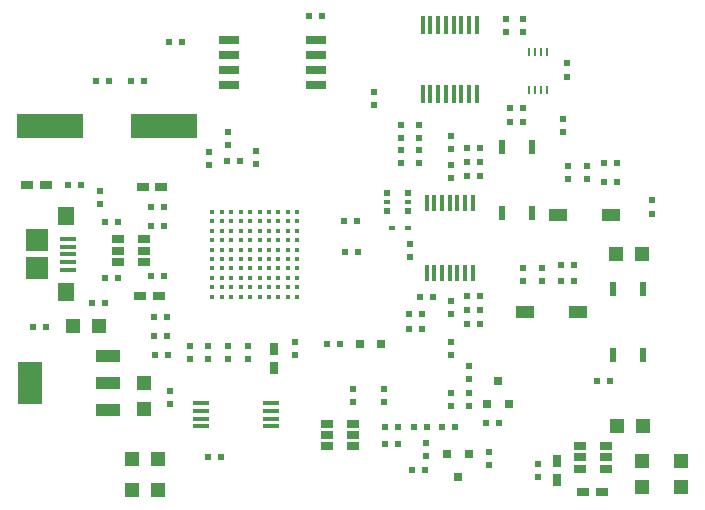
<source format=gtp>
G04 #@! TF.FileFunction,Paste,Top*
%FSLAX46Y46*%
G04 Gerber Fmt 4.6, Leading zero omitted, Abs format (unit mm)*
G04 Created by KiCad (PCBNEW 4.0.2-stable) date 2016/09/19 18:56:50*
%MOMM*%
G01*
G04 APERTURE LIST*
%ADD10C,0.100000*%
%ADD11R,0.450000X1.450000*%
%ADD12R,1.350000X0.400000*%
%ADD13R,1.900000X1.900000*%
%ADD14R,1.400000X1.600000*%
%ADD15R,5.600700X2.100580*%
%ADD16R,1.201420X1.249680*%
%ADD17R,1.060000X0.650000*%
%ADD18R,0.800100X1.000760*%
%ADD19R,1.249680X1.201420*%
%ADD20R,1.000760X0.800100*%
%ADD21R,0.800100X0.800100*%
%ADD22R,2.032000X3.657600*%
%ADD23R,2.032000X1.016000*%
%ADD24R,0.599440X0.599440*%
%ADD25R,0.450000X1.500000*%
%ADD26R,0.200000X0.700000*%
%ADD27R,0.800000X0.800100*%
%ADD28R,0.480000X0.400000*%
%ADD29R,0.600000X0.600000*%
%ADD30R,0.600000X0.400000*%
%ADD31R,0.600000X1.300000*%
%ADD32R,1.450000X0.450000*%
%ADD33R,1.500000X1.000000*%
%ADD34R,1.700000X0.650000*%
%ADD35C,0.400000*%
G04 APERTURE END LIST*
D10*
D11*
X39350000Y25850000D03*
X38700000Y25850000D03*
X38050000Y25850000D03*
X37400000Y25850000D03*
X36750000Y25850000D03*
X36100000Y25850000D03*
X35450000Y25850000D03*
X35450000Y19950000D03*
X36100000Y19950000D03*
X36750000Y19950000D03*
X37400000Y19950000D03*
X38050000Y19950000D03*
X38700000Y19950000D03*
X39350000Y19950000D03*
D12*
X5100000Y22800000D03*
X5100000Y22150000D03*
X5100000Y21500000D03*
X5100000Y20850000D03*
X5100000Y20200000D03*
D13*
X2450000Y22700000D03*
X2450000Y20300000D03*
D14*
X4900000Y24700000D03*
X4900000Y18300000D03*
D15*
X3551140Y32400000D03*
X13248860Y32400000D03*
D16*
X7699820Y15400000D03*
X5500180Y15400000D03*
X53699820Y21500000D03*
X51500180Y21500000D03*
D17*
X50600000Y3350000D03*
X50600000Y4300000D03*
X50600000Y5250000D03*
X48400000Y5250000D03*
X48400000Y3350000D03*
X48400000Y4300000D03*
X27000000Y7150000D03*
X27000000Y6200000D03*
X27000000Y5250000D03*
X29200000Y5250000D03*
X29200000Y7150000D03*
X29200000Y6200000D03*
D16*
X12699820Y4200000D03*
X10500180Y4200000D03*
D18*
X22500000Y13500100D03*
X22500000Y11899900D03*
D19*
X11500000Y10599820D03*
X11500000Y8400180D03*
D18*
X46500000Y4000100D03*
X46500000Y2399900D03*
D20*
X48699900Y1400000D03*
X50300100Y1400000D03*
D19*
X53700000Y3999820D03*
X53700000Y1800180D03*
D16*
X53799820Y7000000D03*
X51600180Y7000000D03*
D20*
X3200100Y27400000D03*
X1599900Y27400000D03*
X12800100Y18000000D03*
X11199900Y18000000D03*
X13000100Y27200000D03*
X11399900Y27200000D03*
D16*
X10500180Y1500000D03*
X12699820Y1500000D03*
D19*
X57000000Y1800180D03*
X57000000Y3999820D03*
D17*
X9300000Y22750000D03*
X9300000Y21800000D03*
X9300000Y20850000D03*
X11500000Y20850000D03*
X11500000Y22750000D03*
X11500000Y21800000D03*
D21*
X39050000Y4600760D03*
X37150000Y4600760D03*
X38100000Y2601780D03*
X40550000Y8799240D03*
X42450000Y8799240D03*
X41500000Y10798220D03*
D22*
X1898000Y10600000D03*
D23*
X8502000Y10600000D03*
X8502000Y12886000D03*
X8502000Y8314000D03*
D24*
X13551180Y13000000D03*
X12448820Y13000000D03*
X28448820Y24300000D03*
X29551180Y24300000D03*
X16900000Y12648820D03*
X16900000Y13751180D03*
X54500000Y24948820D03*
X54500000Y26051180D03*
X13251180Y19700000D03*
X12148820Y19700000D03*
X35051180Y16400000D03*
X33948820Y16400000D03*
X43600000Y41451180D03*
X43600000Y40348820D03*
X37500000Y12948820D03*
X37500000Y14051180D03*
X39951180Y16800000D03*
X38848820Y16800000D03*
X44900000Y3751180D03*
X44900000Y2648820D03*
X20300000Y13751180D03*
X20300000Y12648820D03*
X15400000Y13751180D03*
X15400000Y12648820D03*
X51551180Y29200000D03*
X50448820Y29200000D03*
X45200000Y20351180D03*
X45200000Y19248820D03*
X49000000Y27848820D03*
X49000000Y28951180D03*
X8251180Y17400000D03*
X7148820Y17400000D03*
X13700000Y9951180D03*
X13700000Y8848820D03*
X47951180Y20600000D03*
X46848820Y20600000D03*
X18600000Y13751180D03*
X18600000Y12648820D03*
X24300000Y14051180D03*
X24300000Y12948820D03*
X38848820Y29300000D03*
X39951180Y29300000D03*
X37500000Y27948820D03*
X37500000Y29051180D03*
X37500000Y16448820D03*
X37500000Y17551180D03*
X37500000Y30448820D03*
X37500000Y31551180D03*
X34800000Y30351180D03*
X34800000Y29248820D03*
X42548820Y32700000D03*
X43651180Y32700000D03*
X26551180Y41700000D03*
X25448820Y41700000D03*
X33300000Y31348820D03*
X33300000Y32451180D03*
X17000000Y29048820D03*
X17000000Y30151180D03*
X8551180Y36200000D03*
X7448820Y36200000D03*
X7800000Y25748820D03*
X7800000Y26851180D03*
X10448820Y36200000D03*
X11551180Y36200000D03*
X18548820Y29400000D03*
X19651180Y29400000D03*
X35351180Y3200000D03*
X34248820Y3200000D03*
X37851180Y6900000D03*
X36748820Y6900000D03*
X40448820Y7200000D03*
X41551180Y7200000D03*
X13251180Y25500000D03*
X12148820Y25500000D03*
X13251180Y23900000D03*
X12148820Y23900000D03*
X49848820Y10800000D03*
X50951180Y10800000D03*
X50448820Y27600000D03*
X51551180Y27600000D03*
X47400000Y28951180D03*
X47400000Y27848820D03*
X47951180Y19200000D03*
X46848820Y19200000D03*
X43600000Y20351180D03*
X43600000Y19248820D03*
X38848820Y30500000D03*
X39951180Y30500000D03*
X38848820Y15600000D03*
X39951180Y15600000D03*
X47000000Y31848820D03*
X47000000Y32951180D03*
X38848820Y18000000D03*
X39951180Y18000000D03*
X39951180Y28100000D03*
X38848820Y28100000D03*
X14751180Y39500000D03*
X13648820Y39500000D03*
X27048820Y13900000D03*
X28151180Y13900000D03*
X33300000Y30351180D03*
X33300000Y29248820D03*
X42548820Y33900000D03*
X43651180Y33900000D03*
X42200000Y41451180D03*
X42200000Y40348820D03*
X34800000Y31348820D03*
X34800000Y32451180D03*
X33948820Y15200000D03*
X35051180Y15200000D03*
X47300000Y36548820D03*
X47300000Y37651180D03*
X31000000Y35251180D03*
X31000000Y34148820D03*
X33051180Y5400000D03*
X31948820Y5400000D03*
X33051180Y6900000D03*
X31948820Y6900000D03*
X5048820Y27400000D03*
X6151180Y27400000D03*
X34000000Y21248820D03*
X34000000Y22351180D03*
X16948820Y4300000D03*
X18051180Y4300000D03*
X21000000Y30251180D03*
X21000000Y29148820D03*
X9351180Y24200000D03*
X8248820Y24200000D03*
X9351180Y19500000D03*
X8248820Y19500000D03*
X13451180Y16200000D03*
X12348820Y16200000D03*
X18600000Y31851180D03*
X18600000Y30748820D03*
X13451180Y14600000D03*
X12348820Y14600000D03*
X31800000Y10051180D03*
X31800000Y8948820D03*
X34348820Y6900000D03*
X35451180Y6900000D03*
X35400000Y5551180D03*
X35400000Y4448820D03*
X40700000Y3648820D03*
X40700000Y4751180D03*
X39000000Y12051180D03*
X39000000Y10948820D03*
X39000000Y8648820D03*
X39000000Y9751180D03*
X37500000Y9751180D03*
X37500000Y8648820D03*
X2148820Y15300000D03*
X3251180Y15300000D03*
X34848820Y17900000D03*
X35951180Y17900000D03*
X29200000Y10051180D03*
X29200000Y8948820D03*
X28548820Y21700000D03*
X29651180Y21700000D03*
D25*
X39675000Y40950000D03*
X39025000Y40950000D03*
X38375000Y40950000D03*
X37725000Y40950000D03*
X37075000Y40950000D03*
X36425000Y40950000D03*
X35775000Y40950000D03*
X35125000Y40950000D03*
X35125000Y35050000D03*
X35775000Y35050000D03*
X36425000Y35050000D03*
X37075000Y35050000D03*
X37725000Y35050000D03*
X38375000Y35050000D03*
X39025000Y35050000D03*
X39675000Y35050000D03*
D26*
X45650000Y38600000D03*
X45150000Y38600000D03*
X44650000Y38600000D03*
X44150000Y38600000D03*
X44150000Y35400000D03*
X45150000Y35400000D03*
X45650000Y35400000D03*
X44650000Y35400000D03*
D27*
X29800000Y13900000D03*
X31600000Y13900000D03*
D28*
X32550000Y23700000D03*
X33850000Y23700000D03*
D29*
X32100000Y26650000D03*
D30*
X32100000Y25900000D03*
D29*
X32100000Y25150000D03*
X33900000Y25150000D03*
D30*
X33900000Y25900000D03*
D29*
X33900000Y26650000D03*
D31*
X41830000Y30600000D03*
X44370000Y30600000D03*
X44370000Y30600000D03*
X41830000Y30600000D03*
X41830000Y30600000D03*
X44370000Y30600000D03*
X44370000Y30600000D03*
X41830000Y30600000D03*
X44370000Y25000000D03*
X41830000Y25000000D03*
X53770000Y13000000D03*
X51230000Y13000000D03*
X51230000Y13000000D03*
X53770000Y13000000D03*
X53770000Y13000000D03*
X51230000Y13000000D03*
X51230000Y13000000D03*
X53770000Y13000000D03*
X51230000Y18600000D03*
X53770000Y18600000D03*
D32*
X16350000Y8875000D03*
X16350000Y8225000D03*
X16350000Y7575000D03*
X16350000Y6925000D03*
X22250000Y6925000D03*
X22250000Y7575000D03*
X22250000Y8225000D03*
X22250000Y8875000D03*
D33*
X48250000Y16600000D03*
X43750000Y16600000D03*
X51050000Y24800000D03*
X46550000Y24800000D03*
D34*
X18750000Y39605000D03*
X18750000Y38335000D03*
X18750000Y37065000D03*
X18750000Y35795000D03*
X26050000Y35795000D03*
X26050000Y37065000D03*
X26050000Y38335000D03*
X26050000Y39605000D03*
D35*
X17300000Y25100000D03*
X17300000Y24300000D03*
X17300000Y23500000D03*
X17300000Y22700000D03*
X17300000Y21900000D03*
X17300000Y21100000D03*
X17300000Y20300000D03*
X17300000Y19500000D03*
X17300000Y18700000D03*
X17300000Y17900000D03*
X18100000Y25100000D03*
X18100000Y24300000D03*
X18100000Y23500000D03*
X18100000Y22700000D03*
X18100000Y21900000D03*
X18100000Y21100000D03*
X18100000Y20300000D03*
X18100000Y19500000D03*
X18100000Y18700000D03*
X18100000Y17900000D03*
X18900000Y25100000D03*
X18900000Y24300000D03*
X18900000Y23500000D03*
X18900000Y22700000D03*
X18900000Y21900000D03*
X18900000Y21100000D03*
X18900000Y20300000D03*
X18900000Y19500000D03*
X18900000Y18700000D03*
X18900000Y17900000D03*
X19700000Y25100000D03*
X19700000Y24300000D03*
X19700000Y23500000D03*
X19700000Y22700000D03*
X19700000Y21900000D03*
X19700000Y21100000D03*
X19700000Y20300000D03*
X19700000Y19500000D03*
X19700000Y18700000D03*
X19700000Y17900000D03*
X20500000Y25100000D03*
X20500000Y24300000D03*
X20500000Y23500000D03*
X20500000Y22700000D03*
X20500000Y21900000D03*
X20500000Y21100000D03*
X20500000Y20300000D03*
X20500000Y19500000D03*
X20500000Y18700000D03*
X20500000Y17900000D03*
X21300000Y25100000D03*
X21300000Y24300000D03*
X21300000Y23500000D03*
X21300000Y22700000D03*
X21300000Y21900000D03*
X21300000Y21100000D03*
X21300000Y20300000D03*
X21300000Y19500000D03*
X21300000Y18700000D03*
X21300000Y17900000D03*
X22100000Y25100000D03*
X22100000Y24300000D03*
X22100000Y23500000D03*
X22100000Y22700000D03*
X22100000Y21900000D03*
X22100000Y21100000D03*
X22100000Y20300000D03*
X22100000Y19500000D03*
X22100000Y18700000D03*
X22100000Y17900000D03*
X22900000Y25100000D03*
X22900000Y24300000D03*
X22900000Y23500000D03*
X22900000Y22700000D03*
X22900000Y21900000D03*
X22900000Y21100000D03*
X22900000Y20300000D03*
X22900000Y19500000D03*
X22900000Y18700000D03*
X22900000Y17900000D03*
X23700000Y25100000D03*
X23700000Y24300000D03*
X23700000Y23500000D03*
X23700000Y22700000D03*
X23700000Y21900000D03*
X23700000Y21100000D03*
X23700000Y20300000D03*
X23700000Y19500000D03*
X23700000Y18700000D03*
X23700000Y17900000D03*
X24500000Y25100000D03*
X24500000Y24300000D03*
X24500000Y23500000D03*
X24500000Y22700000D03*
X24500000Y21900000D03*
X24500000Y21100000D03*
X24500000Y20300000D03*
X24500000Y19500000D03*
X24500000Y18700000D03*
X24500000Y17900000D03*
M02*

</source>
